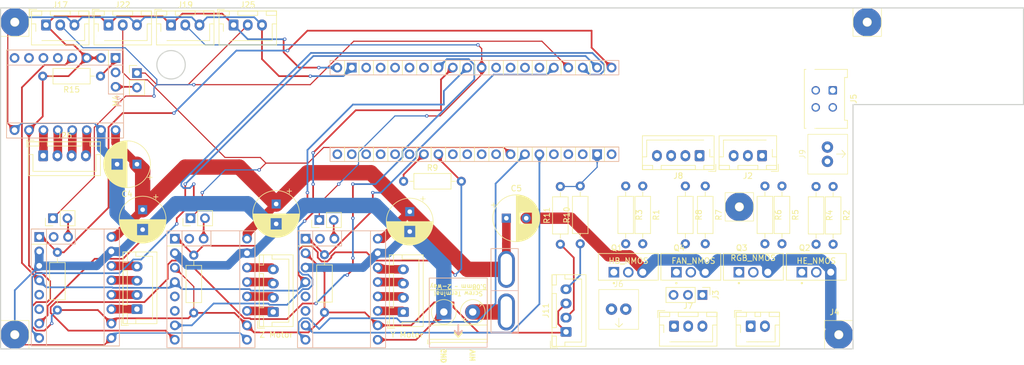
<source format=kicad_pcb>
(kicad_pcb (version 20241229) (generator "pcbnew") (generator_version "9.0")
  (layers (0 "F.Cu" signal) (2 "B.Cu" signal) (13 "F.Paste" user) (15 "B.Paste" user) (5 "F.SilkS" user "F.Silkscreen") (7 "B.SilkS" user "B.Silkscreen") (1 "F.Mask" user) (3 "B.Mask" user) (25 "Edge.Cuts" user))
  (net 0 "")
  (net 1 "GND")
  (net 2 "/M_UART")
  (net 3 "/UART_RX")
  (net 4 "/MX_EN")
  (net 5 "+3V3")
  (net 6 "/MY_EN")
  (net 7 "/MZ_EN")
  (net 8 "/ME_EN")
  (net 9 "Net-(J3-Pin_2)")
  (net 10 "/MX_DIAG")
  (net 11 "+24V")
  (net 12 "/NEOPIXEL_PIN")
  (net 13 "+5V")
  (net 14 "/MY_DIAG")
  (net 15 "Net-(J4-Pin_2)")
  (net 16 "/PA11")
  (net 17 "/PA12")
  (net 18 "Net-(J10-Pin_2)")
  (net 19 "/MZ_DIAG")
  (net 20 "/XMotor/A2")
  (net 21 "/XMotor/B1")
  (net 22 "/XMotor/A1")
  (net 23 "/ME_DIAG")
  (net 24 "/XMotor/B2")
  (net 25 "/YMotor/B2")
  (net 26 "/YMotor/A2")
  (net 27 "/YMotor/A1")
  (net 28 "/MX_DIR")
  (net 29 "/MX_STEP")
  (net 31 "/YMotor/B1")
  (net 34 "/MY_DIR")
  (net 36 "/MY_STEP")
  (net 39 "Net-(J16-Pin_2)")
  (net 40 "/MZ_DIR")
  (net 43 "/MZ_STEP")
  (net 45 "/ZMotor/A1")
  (net 46 "/ZMotor/B2")
  (net 47 "/ZMotor/A2")
  (net 48 "/ZMotor/B1")
  (net 49 "Net-(J18-Pin_2)")
  (net 50 "3V3")
  (net 51 "24V")
  (net 52 "/HEATER_RETURN")
  (net 53 "/HEATED_BED_RETURN")
  (net 54 "/OpticSensor")
  (net 55 "/SwitchSensor")
  (net 56 "/SGPIO_5")
  (net 57 "/SGPIO_4")
  (net 58 "Net-(J21-Pin_2)")
  (net 59 "/SGPIO_3")
  (net 60 "Net-(J24-Pin_2)")
  (net 61 "/ HEATED_BED_PIN")
  (net 62 "/HEATER_PIN")
  (net 63 "Net-(Q1-G)")
  (net 64 "Net-(Q2-G)")
  (net 65 "/RGB_PIN")
  (net 66 "Net-(Q3-G)")
  (net 67 "/FAN0_PIN")
  (net 68 "Net-(Q4-G)")
  (net 69 "/HEATED_BED_PIN")
  (net 70 "/MS_DIR")
  (net 75 "/MS_EN")
  (net 76 "/MS_STEP")
  (net 77 "/MS_DIAG")
  (net 78 "/BED_THM_2")
  (net 79 "/BED_THM_1")
  (net 80 "/EMotor/A1")
  (net 81 "/EMotor/A2")
  (net 82 "/EMotor/B2")
  (net 83 "/EMotor/B1")
  (net 84 "/ME_STEP")
  (net 86 "/ME_DIR")
  (footprint "Resistor_THT:R_Axial_DIN0207_L6.3mm_D2.5mm_P10.16mm_Horizontal" (layer "F.Cu") (at 82.58 47 180)
    (property "Reference" "R15")
    (property "Value" "10kΩ")
  )
  (footprint "Connector_JST:JST_XH_B3B-XH-AM_1x03_P2.50mm_Vertical" (layer "F.Cu") (at 199 61 180)
    (property "Reference" "J2")
    (property "Value" "Neopixel")
  )
  (footprint "Connector_PinHeader_2.54mm:PinHeader_1x02_P2.54mm_Vertical" (layer "F.Cu") (at 74.225 72 90)
    (property "Reference" "J16" (hide yes))
    (property "Value" "SensorlessHoming" (hide yes))
  )
  (footprint "OpenA1K:Mountinghole_m1.5" (layer "F.Cu") (at 217.5 37.5)
    (property "Reference" "H4" (hide yes))
    (property "Value" "M1.5" (hide yes))
  )
  (footprint "OpenA1K:Updated ATO Mini-Blade_2Post" (layer "F.Cu") (at 154.095001 84.75 -90)
    (property "Reference" "F1" (hide yes))
    (property "Value" "Mini ATO Fuse")
  )
  (footprint "Connector_JST:JST_XH_B3B-XH-AM_1x03_P2.50mm_Vertical" (layer "F.Cu") (at 106 38)
    (property "Reference" "J25")
    (property "Value" "Endstop")
  )
  (footprint "Connector_PinHeader_2.54mm:PinHeader_1x02_P2.54mm_Vertical" (layer "F.Cu") (at 89 46.46)
    (property "Reference" "J24" (hide yes))
    (property "Value" "SensorlessHoming" (hide yes))
  )
  (footprint "Resistor_THT:R_Axial_DIN0207_L6.3mm_D2.5mm_P10.16mm_Horizontal" (layer "F.Cu") (at 211.5 66.42 -90)
    (property "Reference" "R2")
    (property "Value" "100k")
  )
  (footprint "Connector_JST:JST_XH_B3B-XH-AM_1x03_P2.50mm_Vertical" (layer "F.Cu") (at 183.5 91)
    (property "Reference" "J7")
    (property "Value" "FAN0")
  )
  (footprint "Connector_Molex:Molex_Micro-Fit_3.0_43045-0412_2x02_P3.00mm_Vertical" (layer "F.Cu") (at 211.44 49.5 -90)
    (property "Reference" "J5")
    (property "Value" "Molex 2x02 Microfit")
  )
  (footprint "OpenA1K:TMC2209 Footprint" (layer "F.Cu") (at 85.24 43.8 -90)
    (property "Reference" "M4")
    (property "Value" "TMC2209 Breakout" (hide yes))
  )
  (footprint "OpenA1K:TMC2209 Footprint" (layer "F.Cu") (at 71.8 75.3)
    (property "Reference" "M1" (hide yes))
    (property "Value" "TMC2209 Breakout" (hide yes))
  )
  (footprint "Connector_JST:JST_XH_B4B-XH-AM_1x04_P2.50mm_Vertical" (layer "F.Cu") (at 188 61 180)
    (property "Reference" "J8")
    (property "Value" "SFS")
  )
  (footprint "Resistor_THT:R_Axial_DIN0207_L6.3mm_D2.5mm_P10.16mm_Horizontal" (layer "F.Cu") (at 99 78.5 -90)
    (property "Reference" "R14" (hide yes))
    (property "Value" "10kΩ" (hide yes))
  )
  (footprint "Resistor_THT:R_Axial_DIN0207_L6.3mm_D2.5mm_P10.16mm_Horizontal" (layer "F.Cu") (at 122 78.42 -90)
    (property "Reference" "R13" (hide yes))
    (property "Value" "10kΩ" (hide yes))
  )
  (footprint "Capacitor_THT:CP_Radial_D8.0mm_P3.50mm" (layer "F.Cu") (at 113.5 69.5 -90)
    (property "Reference" "C3" (hide yes))
    (property "Value" "220uF" (hide yes))
  )
  (footprint "OpenA1K:Mountinghole_m1.5" (layer "F.Cu") (at 67.5 92.5)
    (property "Reference" "H3" (hide yes))
    (property "Value" "M1.5" (hide yes))
  )
  (footprint "OpenA1K:TO254P1054X469X1930-3" (layer "F.Cu") (at 197.46 80.56)
    (property "Reference" "Q3")
    (property "Value" "RGB_NMOS")
  )
  (footprint "Resistor_THT:R_Axial_DIN0207_L6.3mm_D2.5mm_P10.16mm_Horizontal" (layer "F.Cu") (at 208.5 66.42 -90)
    (property "Reference" "R4")
    (property "Value" "1k")
  )
  (footprint "OpenA1K:TMC2209 Footprint" (layer "F.Cu") (at 95.66 75.61)
    (property "Reference" "M3" (hide yes))
    (property "Value" "TMC2209 Breakout" (hide yes))
  )
  (footprint "Resistor_THT:R_Axial_DIN0207_L6.3mm_D2.5mm_P10.16mm_Horizontal" (layer "F.Cu") (at 189 66.34 -90)
    (property "Reference" "R7")
    (property "Value" "100k")
  )
  (footprint "Capacitor_THT:CP_Radial_D8.0mm_P3.50mm" (layer "F.Cu") (at 154 72)
    (property "Reference" "C5")
    (property "Value" "220uF")
  )
  (footprint "Connector_JST:JST_XH_B3B-XH-AM_1x03_P2.50mm_Vertical" (layer "F.Cu") (at 73 38)
    (property "Reference" "J17")
    (property "Value" "Endstop")
  )
  (footprint "OpenA1K:TMC2209 Footprint" (layer "F.Cu") (at 118.66 75.61)
    (property "Reference" "M2" (hide yes))
    (property "Value" "TMC2209 Breakout" (hide yes))
  )
  (footprint "OpenA1K:STM32 Blackpill Socketed" (layer "F.Cu") (at 148.39 53.12)
    (property "Reference" "U1" (hide yes))
    (property "Value" "~")
  )
  (footprint "Resistor_THT:R_Axial_DIN0207_L6.3mm_D2.5mm_P10.16mm_Horizontal" (layer "F.Cu") (at 167 76.5 90)
    (property "Reference" "R10")
    (property "Value" "10k")
  )
  (footprint "Connector_JST:JST_XH_B4B-XH-A_1x04_P2.50mm_Vertical" (layer "F.Cu") (at 135.86 88.5 90)
    (property "Reference" "J20" (hide yes))
    (property "Value" "Conn_01x04" (hide yes))
  )
  (footprint "Connector_JST:JST_XH_B4B-XH-A_1x04_P2.50mm_Vertical" (layer "F.Cu") (at 164.5 92 90)
    (property "Reference" "J11")
    (property "Value" "Bed Thermisters")
  )
  (footprint "OpenA1K:Mountinghole_m1.5" (layer "F.Cu") (at 195 70)
    (property "Reference" "H2" (hide yes))
    (property "Value" "M1.5" (hide yes))
  )
  (footprint "Capacitor_THT:CP_Radial_D8.0mm_P3.50mm" (layer "F.Cu") (at 89 62.5 180)
    (property "Reference" "C4")
    (property "Value" "220uF")
  )
  (footprint "OpenA1K:TO254P1054X469X1930-3" (layer "F.Cu") (at 175.46 80.56)
    (property "Reference" "Q1")
    (property "Value" "HB_NMOS")
  )
  (footprint "Connector_PinHeader_2.54mm:PinHeader_1x02_P2.54mm_Vertical" (layer "F.Cu") (at 98.425 72 90)
    (property "Reference" "J21" (hide yes))
    (property "Value" "SensorlessHoming" (hide yes))
  )
  (footprint "Resistor_THT:R_Axial_DIN0207_L6.3mm_D2.5mm_P10.16mm_Horizontal" (layer "F.Cu") (at 163.5 76.58 90)
    (property "Reference" "R11")
    (property "Value" "10k")
  )
  (footprint "OpenA1K:ScrewTerminal 7mm x 7mm" (layer "F.Cu") (at 173.871896 88.274086)
    (property "Reference" "J6")
    (property "Value" "HeatedBed")
  )
  (footprint "Connector_JST:JST_XH_B3B-XH-AM_1x03_P2.50mm_Vertical" (layer "F.Cu") (at 95 38)
    (property "Reference" "J19")
    (property "Value" "Endstop")
  )
  (footprint "Connector_JST:JST_XH_B4B-XH-A_1x04_P2.50mm_Vertical" (layer "F.Cu") (at 72.5 61)
    (property "Reference" "J26")
    (property "Value" "Conn_01x04")
  )
  (footprint "OpenA1K:TO254P1054X469X1930-3" (layer "F.Cu") (at 208.54 80.56)
    (property "Reference" "Q2")
    (property "Value" "HE_NMOS")
  )
  (footprint "Resistor_THT:R_Axial_DIN0207_L6.3mm_D2.5mm_P10.16mm_Horizontal" (layer "F.Cu") (at 202.5 66.34 -90)
    (property "Reference" "R5")
    (property "Value" "100k")
  )
  (footprint "Capacitor_THT:CP_Radial_D8.0mm_P3.50mm" (layer "F.Cu") (at 90 70.5 -90)
    (property "Reference" "C1" (hide yes))
    (property "Value" "220uF" (hide yes))
  )
  (footprint "Resistor_THT:R_Axial_DIN0207_L6.3mm_D2.5mm_P10.16mm_Horizontal" (layer "F.Cu") (at 199.5 66.34 -90)
    (property "Reference" "R6")
    (property "Value" "1k")
  )
  (footprint "Resistor_THT:R_Axial_DIN0207_L6.3mm_D2.5mm_P10.16mm_Horizontal" (layer "F.Cu") (at 135.92 65.5)
    (property "Reference" "R9")
    (property "Value" "1kΩ")
  )
  (footprint "Connector_JST:JST_XH_B2B-XH-AM_1x02_P2.50mm_Vertical" (layer "F.Cu") (at 197 91)
    (property "Reference" "J4")
    (property "Value" "RGB_2PIN")
  )
  (footprint "Connector_PinHeader_2.54mm:PinHeader_1x03_P2.54mm_Vertical" (layer "F.Cu") (at 188.5 85.5 -90)
    (property "Reference" "J3")
    (property "Value" "FAN0_VS")
  )
  (footprint "Connector_PinHeader_2.54mm:PinHeader_1x02_P2.54mm_Vertical" (layer "F.Cu") (at 121.085 72.31 90)
    (property "Reference" "J18" (hide yes))
    (property "Value" "SensorlessHoming" (hide yes))
  )
  (footprint "Resistor_THT:R_Axial_DIN0207_L6.3mm_D2.5mm_P10.16mm_Horizontal" (layer "F.Cu") (at 175 66.34 -90)
    (property "Reference" "R3")
    (property "Value" "1k")
  )
  (footprint "Resistor_THT:R_Axial_DIN0207_L6.3mm_D2.5mm_P10.16mm_Horizontal" (layer "F.Cu") (at 75 78 -90)
    (property "Reference" "R12" (hide yes))
    (property "Value" "10kΩ" (hide yes))
  )
  (footprint "Connector_JST:JST_XH_B4B-XH-A_1x04_P2.50mm_Vertical" (layer "F.Cu") (at 112.975 88.5 90)
    (property "Reference" "J23" (hide yes))
    (property "Value" "Conn_01x04" (hide yes))
  )
  (footprint "Resistor_THT:R_Axial_DIN0207_L6.3mm_D2.5mm_P10.16mm_Horizontal" (layer "F.Cu") (at 178 66.34 -90)
    (property "Reference" "R1")
    (property "Value" "100k")
  )
  (footprint "Resistor_THT:R_Axial_DIN0207_L6.3mm_D2.5mm_P10.16mm_Horizontal" (layer "F.Cu") (at 185.5 66.34 -90)
    (property "Reference" "R8")
    (property "Value" "1k")
  )
  (footprint "OpenA1K:ScrewTerminal 7mm x 7mm" (layer "F.Cu") (at 210.774086 60.628104 90)
    (property "Reference" "J9")
    (property "Value" "Hotend")
  )
  (footprint "Connector_JST:JST_XH_B3B-XH-AM_1x03_P2.50mm_Vertical" (layer "F.Cu") (at 84 38)
    (property "Reference" "J22")
    (property "Value" "Endstop")
  )
  (footprint "Capacitor_THT:CP_Radial_D8.0mm_P3.50mm" (layer "F.Cu") (at 137 70.847349 -90)
    (property "Reference" "C2" (hide yes))
    (property "Value" "220uF" (hide yes))
  )
  (footprint "OpenA1K:1x2 Terminal Block" (layer "F.Cu") (at 143 88.5)
    (property "Reference" "J10" (hide yes))
    (property "Value" "Screw_Terminal_01x02" (hide yes))
  )
  (footprint "OpenA1K:TO254P1054X469X1930-3" (layer "F.Cu") (at 186.46 80.56)
    (property "Reference" "Q4")
    (property "Value" "FAN_NMOS")
  )
  (footprint "OpenA1K:Mountinghole_m1.5" (layer "F.Cu") (at 67.5 37.5)
    (property "Reference" "H1" (hide yes))
    (property "Value" "M1.5" (hide yes))
  )
  (footprint "OpenA1K:Mountinghole_m1.5" (layer "F.Cu") (at 212.5 92.5)
    (property "Reference" "H5" (hide yes))
    (property "Value" "M1.5" (hide yes))
  )
  (footprint "Connector_JST:JST_XH_B4B-XH-A_1x04_P2.50mm_Vertical" (layer "F.Cu") (at 89 88 90)
    (property "Reference" "MotorConnector1" (hide yes))
    (property "Value" "Conn_01x04" (hide yes))
  )
  (gr_line (start 245 35) (end 65 35) (stroke (width 0.2)) (layer "Edge.Cuts"))
  (gr_line (start 215 95) (end 215 52) (stroke (width 0.2)) (layer "Edge.Cuts"))
  (gr_line (start 65 95) (end 215 95) (stroke (width 0.2)) (layer "Edge.Cuts"))
  (gr_line (start 215 52) (end 245 52) (stroke (width 0.2)) (layer "Edge.Cuts"))
  (gr_circle (center 95 45) (end 92.5 45) (stroke (width 0.2)) (fill no) (layer "Edge.Cuts"))
  (gr_line (start 65 35) (end 65 95) (stroke (width 0.2)) (layer "Edge.Cuts"))
  (gr_line (start 245 52) (end 245 35) (stroke (width 0.2)) (layer "Edge.Cuts"))
  (segment (start 111 44) (end 114 47) (width 0.3) (layer "F.Cu") (net 1))
  (segment (start 114 47) (end 119.5 47) (width 0.3) (layer "F.Cu") (net 1))
  (segment (start 66.269 55.309) (end 66.269 38.731) (width 0.2) (layer "F.Cu") (net 1))
  (segment (start 138.11 93.39) (end 143 88.5) (width 0.3) (layer "F.Cu") (net 1))
  (segment (start 172.00741 78.621) (end 165.38641 72) (width 2) (layer "F.Cu") (net 1))
  (segment (start 84.5 93.08) (end 83.309 94.271) (width 0.2) (layer "F.Cu") (net 1))
  (segment (start 178 81.5) (end 178 80.976813) (width 2) (layer "F.Cu") (net 1))
  (segment (start 83.309 94.271) (end 69.271 94.271) (width 0.2) (layer "F.Cu") (net 1))
  (segment (start 165.38641 72) (end 157.5 72) (width 2) (layer "F.Cu") (net 1))
  (segment (start 111 38) (end 111 44) (width 0.3) (layer "F.Cu") (net 1))
  (segment (start 67.46 56.5) (end 66.269 55.309) (width 0.2) (layer "F.Cu") (net 1))
  (segment (start 69.271 94.271) (end 67.5 92.5) (width 0.2) (layer "F.Cu") (net 1))
  (segment (start 66.269 38.731) (end 67.5 37.5) (width 0.2) (layer "F.Cu") (net 1))
  (segment (start 131.36 93.39) (end 138.11 93.39) (width 0.3) (layer "F.Cu") (net 1))
  (segment (start 175.644187 78.621) (end 172.00741 78.621) (width 2) (layer "F.Cu") (net 1))
  (segment (start 178 80.976813) (end 175.644187 78.621) (width 2) (layer "F.Cu") (net 1))
  (via (at 119.5 47) (size 0.6) (drill 0.3) (layers "F.Cu" "B.Cu") (net 1))
  (segment (start 84.5 77.84) (end 86.16 77.84) (width 1.5) (layer "B.Cu") (net 1))
  (segment (start 81.509 55.309) (end 82.7 56.5) (width 0.2) (layer "B.Cu") (net 1))
  (segment (start 211.08 91.08) (end 212.5 92.5) (width 2) (layer "B.Cu") (net 1))
  (segment (start 81.896432 80.38) (end 84.436432 77.84) (width 1.5) (layer "B.Cu") (net 1))
  (segment (start 178 81.5) (end 180.166 79.334) (width 2) (layer "B.Cu") (net 1))
  (segment (start 89 38) (end 90.366 36.634) (width 0.3) (layer "B.Cu") (net 1))
  (segment (start 90.366 36.634) (end 98.634 36.634) (width 0.3) (layer "B.Cu") (net 1))
  (segment (start 131.36 78.15) (end 133.197349 78.15) (width 1.5) (layer "B.Cu") (net 1))
  (segment (start 113.5 73) (end 115.293 73) (width 2.7) (layer "B.Cu") (net 1))
  (segment (start 68.651 55.309) (end 81.509 55.309) (width 0.2) (layer "B.Cu") (net 1))
  (segment (start 119.5 47) (end 125.3 47) (width 0.3) (layer "B.Cu") (net 1))
  (segment (start 67.5 84.68) (end 67.5 92.5) (width 0.3) (layer "B.Cu") (net 1))
  (segment (start 113.5 74.212081) (end 113.5 73) (width 1.5) (layer "B.Cu") (net 1))
  (segment (start 115.293 73) (end 118.534 69.759) (width 2.7) (layer "B.Cu") (net 1))
  (segment (start 125.3 47) (end 126.8 45.5) (width 0.3) (layer "B.Cu") (net 1))
  (segment (start 95.874 69.449) (end 108.447 69.449) (width 2.7) (layer "B.Cu") (net 1))
  (segment (start 166.92 66.42) (end 167 66.34) (width 0.2) (layer "B.Cu") (net 1))
  (segment (start 167 66) (end 169.98 63.02) (width 0.2) (layer "B.Cu") (net 1))
  (segment (start 211.08 81.5) (end 211.08 91.08) (width 2) (layer "B.Cu") (net 1))
  (segment (start 191.166 79.334) (end 199.142147 79.334) (width 2) (layer "B.Cu") (net 1))
  (segment (start 100 38) (end 101.366 36.634) (width 0.3) (layer "B.Cu") (net 1))
  (segment (start 133.197349 78.15) (end 137 74.347349) (width 1.5) (layer "B.Cu") (net 1))
  (segment (start 82.7 59.7) (end 85.5 62.5) (width 1.5) (layer "B.Cu") (net 1))
  (segment (start 86.16 77.84) (end 90 74) (width 1.5) (layer "B.Cu") (net 1))
  (segment (start 71.8 80.38) (end 67.5 84.68) (width 0.3) (layer "B.Cu") (net 1))
  (segment (start 109.634 36.634) (end 111 38) (width 0.3) (layer "B.Cu") (net 1))
  (segment (start 85.5 62.5) (end 85.5 71.002) (width 2.7) (layer "B.Cu") (net 1))
  (segment (start 95.66 78.15) (end 95.723568 78.15) (width 1.5) (layer "B.Cu") (net 1))
  (segment (start 97.864568 80.291) (end 105.016919 80.291) (width 1.5) (layer "B.Cu") (net 1))
  (segment (start 108.447 69.449) (end 111.998 73) (width 2.7) (layer "B.Cu") (net 1))
  (segment (start 200 80.191853) (end 200 81.5) (width 2) (layer "B.Cu") (net 1))
  (segment (start 84.5 93.08) (end 85.381 92.199) (width 0.2) (layer "B.Cu") (net 1))
  (segment (start 71.8 80.38) (end 81.896432 80.38) (width 1.5) (layer "B.Cu") (net 1))
  (segment (start 202.166 79.334) (end 209.437187 79.334) (width 2) (layer "B.Cu") (net 1))
  (segment (start 143 80.347349) (end 143 88.5) (width 2.7) (layer "B.Cu") (net 1))
  (segment (start 118.66 80.69) (end 128.756432 80.69) (width 1.5) (layer "B.Cu") (net 1))
  (segment (start 108.36 78.15) (end 109.562081 78.15) (width 1.5) (layer "B.Cu") (net 1))
  (segment (start 111.998 73) (end 113.5 73) (width 2.7) (layer "B.Cu") (net 1))
  (segment (start 109.562081 78.15) (end 113.5 74.212081) (width 1.5) (layer "B.Cu") (net 1))
  (segment (start 95.723568 78.15) (end 97.864568 80.291) (width 1.5) (layer "B.Cu") (net 1))
  (segment (start 71.8 80.38) (end 72.5 80.38) (width 0.3) (layer "B.Cu") (net 1))
  (segment (start 169.98 63.02) (end 169.98 60.74) (width 0.2) (layer "B.Cu") (net 1))
  (segment (start 85.381 92.199) (end 107.169 92.199) (width 0.2) (layer "B.Cu") (net 1))
  (segment (start 98.634 36.634) (end 100 38) (width 0.3) (layer "B.Cu") (net 1))
  (segment (start 167 66.34) (end 167 66) (width 0.2) (layer "B.Cu") (net 1))
  (segment (start 137 74.347349) (end 143 80.347349) (width 2.7) (layer "B.Cu") (net 1))
  (segment (start 209.437187 79.334) (end 211.08 80.976813) (width 2) (layer "B.Cu") (net 1))
  (segment (start 71.8 77.84) (end 71.8 80.38) (width 1.5) (layer "B.Cu") (net 1))
  (segment (start 67.5 37.5) (end 68.366 36.634) (width 0.3) (layer "B.Cu") (net 1))
  (segment (start 189 81.5) (end 191.166 79.334) (width 2) (layer "B.Cu") (net 1))
  (segment (start 82.7 56.5) (end 82.7 59.7) (width 1.5) (layer "B.Cu") (net 1))
  (segment (start 68.366 36.634) (end 76.634 36.634) (width 0.3) (layer "B.Cu") (net 1))
  (segment (start 79.366 36.634) (end 87.634 36.634) (width 0.3) (layer "B.Cu") (net 1))
  (segment (start 101.366 36.634) (end 109.634 36.634) (width 0.3) (layer "B.Cu") (net 1))
  (segment (start 88.498 74) (end 90 74) (width 2.7) (layer "B.Cu") (net 1))
  (segment (start 78 38) (end 79.366 36.634) (width 0.3) (layer "B.Cu") (net 1))
  (segment (start 131.296432 78.15) (end 131.36 78.15) (width 1.5) (layer "B.Cu") (net 1))
  (segment (start 128.756432 80.69) (end 131.296432 78.15) (width 1.5) (layer "B.Cu") (net 1))
  (segment (start 199.142147 79.334) (end 200 80.191853) (width 2) (layer "B.Cu") (net 1))
  (segment (start 189 80.976813) (end 189 81.5) (width 2) (layer "B.Cu") (net 1))
  (segment (start 135.498 74.347349) (end 137 74.347349) (width 2.7) (layer "B.Cu") (net 1))
  (segment (start 163.5 66.42) (end 166.92 66.42) (width 0.2) (layer "B.Cu") (net 1))
  (segment (start 107.157919 78.15) (end 108.36 78.15) (width 1.5) (layer "B.Cu") (net 1))
  (segment (start 180.166 79.334) (end 187.357187 79.334) (width 2) (layer "B.Cu") (net 1))
  (segment (start 87.634 36.634) (end 89 38) (width 0.3) (layer "B.Cu") (net 1))
  (segment (start 91.323 74) (end 95.874 69.449) (width 2.7) (layer "B.Cu") (net 1))
  (segment (start 200 81.5) (end 202.166 79.334) (width 2) (layer "B.Cu") (net 1))
  (segment (start 85.5 71.002) (end 88.498 74) (width 2.7) (layer "B.Cu") (net 1))
  (segment (start 118.534 69.759) (end 130.909651 69.759) (width 2.7) (layer "B.Cu") (net 1))
  (segment (start 84.436432 77.84) (end 84.5 77.84) (width 1.5) (layer "B.Cu") (net 1))
  (segment (start 187.357187 79.334) (end 189 80.976813) (width 2) (layer "B.Cu") (net 1))
  (segment (start 211.08 80.976813) (end 211.08 81.5) (width 2) (layer "B.Cu") (net 1))
  (segment (start 130.909651 69.759) (end 135.498 74.347349) (width 2.7) (layer "B.Cu") (net 1))
  (segment (start 76.634 36.634) (end 78 38) (width 0.3) (layer "B.Cu") (net 1))
  (segment (start 67.46 56.5) (end 68.651 55.309) (width 0.2) (layer "B.Cu") (net 1))
  (segment (start 107.169 92.199) (end 108.36 93.39) (width 0.2) (layer "B.Cu") (net 1))
  (segment (start 90 74) (end 91.323 74) (width 2.7) (layer "B.Cu") (net 1))
  (segment (start 105.016919 80.291) (end 107.157919 78.15) (width 1.5) (layer "B.Cu") (net 1))
  (segment (start 130.84596 79.449) (end 129.39696 78) (width 0.3) (layer "F.Cu") (net 2))
  (segment (start 123.22604 78.64409) (end 123.191 78.67913) (width 0.3) (layer "F.Cu") (net 2))
  (segment (start 123.191 78.913329) (end 122.493329 79.611) (width 0.3) (layer "F.Cu") (net 2))
  (segment (start 117.419 81.989) (end 118.66 83.23) (width 0.3) (layer "F.Cu") (net 2))
  (segment (start 123.191 78.67913) (end 123.191 78.913329) (width 0.3) (layer "F.Cu") (net 2))
  (segment (start 142.449 79.449) (end 130.84596 79.449) (width 0.3) (layer "F.Cu") (net 2))
  (segment (start 122.493329 79.611) (end 121.506671 79.611) (width 0.3) (layer "F.Cu") (net 2))
  (segment (start 121.506671 79.611) (end 120.809 78.913329) (width 0.3) (layer "F.Cu") (net 2))
  (segment (start 68.759 48.976671) (end 72.694671 45.041) (width 0.3) (layer "F.Cu") (net 2))
  (segment (start 129.39696 78) (end 123.87013 78) (width 0.3) (layer "F.Cu") (net 2))
  (segment (start 117.419 77.63596) (end 117.419 81.989) (width 0.3) (layer "F.Cu") (net 2))
  (segment (start 68.759 79.879) (end 68.759 48.976671) (width 0.3) (layer "F.Cu") (net 2))
  (segment (start 120.809 78.913329) (end 120.809 77.99409) (width 0.3) (layer "F.Cu") (net 2))
  (segment (start 120.809 77.99409) (end 119.72391 76.909) (width 0.3) (layer "F.Cu") (net 2))
  (segment (start 145 82) (end 142.449 79.449) (width 0.3) (layer "F.Cu") (net 2))
  (segment (start 142.04 61.46) (end 142.04 60.74) (width 0.3) (layer "F.Cu") (net 2))
  (segment (start 146.08 65.5) (end 142.04 61.46) (width 0.3) (layer "F.Cu") (net 2))
  (segment (start 123.87013 78) (end 123.22604 78.64409) (width 0.3) (layer "F.Cu") (net 2))
  (segment (start 72.694671 45.041) (end 76.379 45.041) (width 0.3) (layer "F.Cu") (net 2))
  (segment (start 119.72391 76.909) (end 118.14596 76.909) (width 0.3) (layer "F.Cu") (net 2))
  (segment (start 71.8 82.92) (end 68.759 79.879) (width 0.3) (layer "F.Cu") (net 2))
  (segment (start 118.14596 76.909) (end 117.419 77.63596) (width 0.3) (layer "F.Cu") (net 2))
  (segment (start 76.379 45.041) (end 77.62 43.8) (width 0.3) (layer "F.Cu") (net 2))
  (via (at 145 82) (size 0.6) (drill 0.3) (layers "F.Cu" "B.Cu") (net 2))
  (segment (start 96.901 84.471) (end 95.66 83.23) (width 0.3) (layer "B.Cu") (net 2))
  (segment (start 94.649 84.241) (end 84.741 84.241) (width 0.3) (layer "B.Cu") (net 2))
  (segment (start 108.81604 84.471) (end 96.901 84.471) (width 0.3) (layer "B.Cu") (net 2))
  (segment (start 84.741 84.241) (end 84.661 84.161) (width 0.3) (layer "B.Cu") (net 2))
  (segment (start 84.661 84.161) (end 73.041 84.161) (width 0.3) (layer "B.Cu") (net 2))
  (segment (start 118.66 83.23) (end 117.149 84.741) (width 0.3) (layer "B.Cu") (net 2))
  (segment (start 146.08 80.92) (end 146.08 65.5) (width 0.3) (layer "B.Cu") (net 2))
  (segment (start 109.08604 84.741) (end 108.81604 84.471) (width 0.3) (layer "B.Cu") (net 2))
  (segment (start 73.041 84.161) (end 71.8 82.92) (width 0.3) (layer "B.Cu") (net 2))
  (segment (start 117.149 84.741) (end 109.08604 84.741) (width 0.3) (layer "B.Cu") (net 2))
  (segment (start 95.66 83.23) (end 94.649 84.241) (width 0.3) (layer "B.Cu") (net 2))
  (segment (start 145 82) (end 146.08 80.92) (width 0.3) (layer "B.Cu") (net 2))
  (segment (start 135.92 65.5) (end 135.92 64.32) (width 0.3) (layer "F.Cu") (net 3))
  (segment (start 135.92 64.32) (end 139.5 60.74) (width 0.3) (layer "F.Cu") (net 3))
  (segment (start 75 78) (end 72.3 75.3) (width 0.3) (layer "F.Cu") (net 4))
  (segment (start 83.999 55.98596) (end 86.48496 53.5) (width 0.3) (layer "F.Cu") (net 4))
  (segment (start 169 41.98) (end 172.52 45.5) (width 0.3) (layer "F.Cu") (net 4))
  (segment (start 86.48496 53.5) (end 95.5 53.5) (width 0.3) (layer "F.Cu") (net 4))
  (segment (start 75 78) (end 76.13137 78) (width 0.3) (layer "F.Cu") (net 4))
  (segment (start 72.3 75.3) (end 71.8 75.3) (width 0.3) (layer "F.Cu") (net 4))
  (segment (start 169 39) (end 169 41.98) (width 0.3) (layer "F.Cu") (net 4))
  (segment (start 115.5 42.5) (end 119 39) (width 0.3) (layer "F.Cu") (net 4))
  (segment (start 119 39) (end 169 39) (width 0.3) (layer "F.Cu") (net 4))
  (segment (start 76.13137 78) (end 83.999 70.13237) (width 0.3) (layer "F.Cu") (net 4))
  (segment (start 83.999 70.13237) (end 83.999 55.98596) (width 0.3) (layer "F.Cu") (net 4))
  (via (at 95.5 53.5) (size 0.6) (drill 0.3) (layers "F.Cu" "B.Cu") (net 4))
  (via (at 115.5 42.5) (size 0.6) (drill 0.3) (layers "F.Cu" "B.Cu") (net 4))
  (segment (start 95.5 53.5) (end 106.5 42.5) (width 0.3) (layer "B.Cu") (net 4))
  (segment (start 106.5 42.5) (end 115.5 42.5) (width 0.3) (layer "B.Cu") (net 4))
  (segment (start 95.66 80.69) (end 99 84.03) (width 0.2) (layer "F.Cu") (net 5))
  (segment (start 71.28596 91.781) (end 72.719 91.781) (width 0.3) (layer "F.Cu") (net 5))
  (segment (start 73.722745 83.087705) (end 73.722745 86.222746) (width 0.3) (layer "F.Cu") (net 5))
  (segment (start 73.722745 86.222746) (end 73.186491 86.759) (width 0.3) (layer "F.Cu") (net 5))
  (segment (start 73.186491 86.759) (end 71.28596 86.759) (width 0.3) (layer "F.Cu") (net 5))
  (segment (start 122 88.58) (end 122 81.49) (width 0.3) (layer "F.Cu") (net 5))
  (segment (start 122 88.58) (end 129.09 88.58) (width 0.3) (layer "F.Cu") (net 5))
  (segment (start 137.268 90.85) (end 141.309 86.809) (width 0.3) (layer "F.Cu") (net 5))
  (segment (start 71.28596 81.621) (end 72.25604 81.621) (width 0.3) (layer "F.Cu") (net 5))
  (segment (start 99 88.66) (end 106.17 88.66) (width 0.3) (layer "F.Cu") (net 5))
  (segment (start 85.5 36.5) (end 84 38) (width 0.3) (layer "F.Cu") (net 5))
  (segment (start 98.051 89.609) (end 99 88.66) (width 0.3) (layer "F.Cu") (net 5))
  (segment (start 72.719 91.781) (end 74 90.5) (width 0.3) (layer "F.Cu") (net 5))
  (segment (start 72.25604 81.621) (end 73.722745 83.087705) (width 0.3) (layer "F.Cu") (net 5))
  (segment (start 149.141 92.141) (end 164.359 92.141) (width 0.3) (layer "F.Cu") (net 5))
  (segment (start 117.522778 45.5) (end 121 45.5) (width 0.3) (layer "F.Cu") (net 5))
  (segment (start 106.17 88.66) (end 108.36 90.85) (width 0.3) (layer "F.Cu") (net 5))
  (segment (start 93.5 36.5) (end 85.5 36.5) (width 0.3) (layer "F.Cu") (net 5))
  (segment (start 80.16 43.8) (end 76.96 47) (width 0.3) (layer "F.Cu") (net 5))
  (segment (start 104 36) (end 97 36) (width 0.3) (layer "F.Cu") (net 5))
  (segment (start 115 40.5) (end 114.809 40.691) (width 0.3) (layer "F.Cu") (net 5))
  (segment (start 95 38) (end 93.5 36.5) (width 0.3) (layer "F.Cu") (net 5))
  (segment (start 73 38) (end 76.5 41.5) (width 0.3) (layer "F.Cu") (net 5))
  (segment (start 84.5 90.54) (end 85.431 89.609) (width 0.3) (layer "F.Cu") (net 5))
  (segment (start 84 38) (end 82.5 36.5) (width 0.3) (layer "F.Cu") (net 5))
  (segment (start 74.5 36.5) (end 73 38) (width 0.3) (layer "F.Cu") (net 5))
  (segment (start 97 36) (end 95 38) (width 0.3) (layer "F.Cu") (net 5))
  (segment (start 99 84.03) (end 99 88.66) (width 0.2) (layer "F.Cu") (net 5))
  (segment (start 76.96 47) (end 72.42 47) (width 0.3) (layer "F.Cu") (net 5))
  (segment (start 77.86 41.5) (end 80.16 43.8) (width 0.3) (layer "F.Cu") (net 5))
  (segment (start 72.42 47) (end 72.42 54.08) (width 0.3) (layer "F.Cu") (net 5))
  (segment (start 75 88.16) (end 82.12 88.16) (width 0.3) (layer "F.Cu") (net 5))
  (segment (start 70 80.33504) (end 71.28596 81.621) (width 0.3) (layer "F.Cu") (net 5))
  (segment (start 106 38) (end 104 36) (width 0.3) (layer "F.Cu") (net 5))
  (segment (start 80.16 43.8) (end 82.7 43.8) (width 0.3) (layer "F.Cu") (net 5))
  (segment (start 164.5 92) (end 163.134 90.634) (width 0.3) (layer "F.Cu") (net 5))
  (segment (start 129.09 88.58) (end 131.36 90.85) (width 0.3) (layer "F.Cu") (net 5))
  (segment (start 141.309 86.809) (end 144.691 86.809) (width 0.3) (layer "F.Cu") (net 5))
  (segment (start 108.36 90.85) (end 109.601 92.091) (width 0.3) (layer "F.Cu") (net 5))
  (segment (start 119.17404 92.091) (end 122 89.26504) (width 0.3) (layer "F.Cu") (net 5))
  (segment (start 82.5 36.5) (end 74.5 36.5) (width 0.3) (layer "F.Cu") (net 5))
  (segment (start 70.559 87.48596) (end 70.559 91.05404) (width 0.3) (layer "F.Cu") (net 5))
  (segment (start 131.36 90.85) (end 137.268 90.85) (width 0.3) (layer "F.Cu") (net 5))
  (segment (start 70 56.5) (end 70 80.33504) (width 0.3) (layer "F.Cu") (net 5))
  (segment (start 163.134 88.366) (end 164.5 87) (width 0.3) (layer "F.Cu") (net 5))
  (segment (start 122 89.26504) (end 122 88.58) (width 0.3) (layer "F.Cu") (net 5))
  (segment (start 109.601 92.091) (end 119.17404 92.091) (width 0.3) (layer "F.Cu") (net 5))
  (segment (start 144.691 86.809) (end 144.691 87.691) (width 0.3) (layer "F.Cu") (net 5))
  (segment (start 71.28596 86.759) (end 70.559 87.48596) (width 0.3) (layer "F.Cu") (net 5))
  (segment (start 163.134 90.634) (end 163.134 88.366) (width 0.3) (layer "F.Cu") (net 5))
  (segment (start 114.809 40.691) (end 114.809 42.786222) (width 0.3) (layer "F.Cu") (net 5))
  (segment (start 164.359 92.141) (end 164.5 92) (width 0.3) (layer "F.Cu") (net 5))
  (segment (start 70.559 91.05404) (end 71.28596 91.781) (width 0.3) (layer "F.Cu") (net 5))
  (segment (start 114.809 42.786222) (end 117.522778 45.5) (width 0.3) (layer "F.Cu") (net 5))
  (segment (start 76.5 41.5) (end 77.86 41.5) (width 0.3) (layer "F.Cu") (net 5))
  (segment (start 82.12 88.16) (end 84.5 90.54) (width 0.3) (layer "F.Cu") (net 5))
  (segment (start 72.42 54.08) (end 70 56.5) (width 0.3) (layer "F.Cu") (net 5))
  (segment (start 85.431 89.609) (end 98.051 89.609) (width 0.3) (layer "F.Cu") (net 5))
  (segment (start 144.691 87.691) (end 149.141 92.141) (width 0.3) (layer "F.Cu") (net 5))
  (segment (start 122 81.49) (end 118.66 78.15) (width 0.3) (layer "F.Cu") (net 5))
  (via (at 121 45.5) (size 0.6) (drill 0.3) (layers "F.Cu" "B.Cu") (net 5))
  (via (at 115 40.5) (size 0.6) (drill 0.3) (layers "F.Cu" "B.Cu") (net 5))
  (via (at 74 90.5) (size 0.6) (drill 0.3) (layers "F.Cu" "B.Cu") (net 5))
  (segment (start 106 38) (end 108.5 40.5) (width 0.3) (layer "B.Cu") (net 5))
  (segment (start 74 89.16) (end 75 88.16) (width 0.3) (layer "B.Cu") (net 5))
  (segment (start 121 45.5) (end 124.26 45.5) (width 0.3) (layer "B.Cu") (net 5))
  (segment (start 108.5 40.5) (end 115 40.5) (width 0.3) (layer "B.Cu") (net 5))
  (segment (start 74 90.5) (end 74 89.16) (width 0.3) (layer "B.Cu") (net 5))
  (segment (start 122.68504 78.42) (end 130.5 70.60504) (width 0.3) (layer "F.Cu") (net 6))
  (segment (start 118.66 75.61) (end 119.19 75.61) (width 0.3) (layer "F.Cu") (net 6))
  (segment (start 130.5 70.60504) (end 130.5 67.5) (width 0.3) (layer "F.Cu") (net 6))
  (segment (start 122 78.42) (end 122.68504 78.42) (width 0.3) (layer "F.Cu") (net 6))
  (segment (start 119.19 75.61) (end 122 78.42) (width 0.3) (layer "F.Cu") (net 6))
  (via (at 130.5 67.5) (size 0.6) (drill 0.3) (layers "F.Cu" "B.Cu") (net 6))
  (segment (start 131.95504 67.5) (end 138.201 61.25404) (width 0.3) (layer "B.Cu") (net 6))
  (segment (start 138.201 60.28396) (end 151.74396 46.741) (width 0.3) (layer "B.Cu") (net 6))
  (segment (start 130.5 67.5) (end 131.95504 67.5) (width 0.3) (layer "B.Cu") (net 6))
  (segment (start 161.119 46.741) (end 162.36 45.5) (width 0.3) (layer "B.Cu") (net 6))
  (segment (start 138.201 61.25404) (end 138.201 60.28396) (width 0.3) (layer "B.Cu") (net 6))
  (segment (start 151.74396 46.741) (end 161.119 46.741) (width 0.3) (layer "B.Cu") (net 6))
  (segment (start 119 69.184329) (end 119 67.5) (width 0.3) (layer "F.Cu") (net 7))
  (segment (start 99 78.5) (end 100.649 76.851) (width 0.3) (layer "F.Cu") (net 7))
  (segment (start 95.66 75.61) (end 96.11 75.61) (width 0.3) (layer "F.Cu") (net 7))
  (segment (start 111.333329 76.851) (end 119 69.184329) (width 0.3) (layer "F.Cu") (net 7))
  (segment (start 100.649 76.851) (end 111.333329 76.851) (width 0.3) (layer "F.Cu") (net 7))
  (segment (start 96.11 75.61) (end 99 78.5) (width 0.3) (layer "F.Cu") (net 7))
  (via (at 119 67.5) (size 0.6) (drill 0.3) (layers "F.Cu" "B.Cu") (net 7))
  (segment (start 127 52) (end 143 52) (width 0.3) (layer "B.Cu") (net 7))
  (segment (start 119 60) (end 127 52) (width 0.3) (layer "B.Cu") (net 7))
  (segment (start 143 52) (end 143 49.62) (width 0.3) (layer "B.Cu") (net 7))
  (segment (start 119 67.5) (end 119 60) (width 0.3) (layer "B.Cu") (net 7))
  (segment (start 143 49.62) (end 147.12 45.5) (width 0.3) (layer "B.Cu") (net 7))
  (segment (start 85.24 44.34) (end 85.24 43.8) (width 0.3) (layer "F.Cu") (net 8))
  (segment (start 82.58 47) (end 85.24 44.34) (width 0.3) (layer "F.Cu") (net 8))
  (segment (start 74.225 72) (end 81.5 64.725) (width 0.2) (layer "F.Cu") (net 10))
  (segment (start 99 48.5) (end 119.5 48.5) (width 0.2) (layer "F.Cu") (net 10))
  (segment (start 119.5 48.5) (end 127.141 40.859) (width 0.2) (layer "F.Cu") (net 10))
  (segment (start 87.015671 50.5) (end 92 50.5) (width 0.2) (layer "F.Cu") (net 10))
  (segment (start 81.5 64.725) (end 81.5 56.015671) (width 0.2) (layer "F.Cu") (net 10))
  (segment (start 81.5 56.015671) (end 87.015671 50.5) (width 0.2) (layer "F.Cu") (net 10))
  (segment (start 160.259 40.859) (end 164.9 45.5) (width 0.2) (layer "F.Cu") (net 10))
  (segment (start 127.141 40.859) (end 160.259 40.859) (width 0.2) (layer "F.Cu") (net 10))
  (via (at 99 48.5) (size 0.6) (drill 0.3) (layers "F.Cu" "B.Cu") (net 10))
  (via (at 92 50.5) (size 0.6) (drill 0.3) (layers "F.Cu" "B.Cu") (net 10))
  (segment (start 92.5 48.5) (end 99 48.5) (width 0.2) (layer "B.Cu") (net 10))
  (segment (start 75.5 38) (end 79.5 42) (width 0.2) (layer "B.Cu") (net 10))
  (segment (start 79.5 42) (end 86.922 42) (width 0.2) (layer "B.Cu") (net 10))
  (segment (start 92 50.5) (end 92 49) (width 0.2) (layer "B.Cu") (net 10))
  (segment (start 86.922 42) (end 92.5 47.578) (width 0.2) (layer "B.Cu") (net 10))
  (segment (start 92 49) (end 92.5 48.5) (width 0.2) (layer "B.Cu") (net 10))
  (segment (start 92.5 47.578) (end 92.5 48.5) (width 0.2) (layer "B.Cu") (net 10))
  (segment (start 130.152651 64) (end 119 64) (width 2.7) (layer "F.Cu") (net 11))
  (segment (start 131.36 75.61) (end 132.237349 75.61) (width 1.5) (layer "F.Cu") (net 11))
  (segment (start 108.36 75.61) (end 108.36 74.64) (width 1.5) (layer "F.Cu") (net 11))
  (segment (start 154 81) (end 147.152651 81) (width 2.7) (layer "F.Cu") (net 11))
  (segment (start 107 63) (end 97.5 63) (width 2.7) (layer "F.Cu") (net 11))
  (segment (start 90 63.5) (end 89 62.5) (width 2.7) (layer "F.Cu") (net 11))
  (segment (start 147.152651 81) (end 137 70.847349) (width 2.7) (layer "F.Cu") (net 11))
  (segment (start 90 70.5) (end 90 63.5) (width 2.7) (layer "F.Cu") (net 11))
  (segment (start 132.237349 75.61) (end 137 70.847349) (width 1.5) (layer "F.Cu") (net 11))
  (segment (start 84.5 75.3) (end 85.2 75.3) (width 1.5) (layer "F.Cu") (net 11))
  (segment (start 97.5 63) (end 90 70.5) (width 2.7) (layer "F.Cu") (net 11))
  (segment (start 108.36 74.64) (end 113.5 69.5) (width 1.5) (layer "F.Cu") (net 11))
  (segment (start 113.5 69.5) (end 107 63) (width 2.7) (layer "F.Cu") (net 11))
  (segment (start 85.2 75.3) (end 90 70.5) (width 1.5) (layer "F.Cu") (net 11))
  (segment (start 85.24 58.74) (end 89 62.5) (width 1.5) (layer "F.Cu") (net 11))
  (segment (start 154 72) (end 154 81) (width 1.5) (layer "F.Cu") (net 11))
  (segment (start 119 64) (end 113.5 69.5) (width 2.7) (layer "F.Cu") (net 11))
  (segment (start 137 70.847349) (end 130.152651 64) (width 2.7) (layer "F.Cu") (net 11))
  (segment (start 85.24 56.5) (end 85.24 58.74) (width 1.5) (layer "F.Cu") (net 11))
  (segment (start 121.085 69.415) (end 124.5 66) (width 0.2) (layer "F.Cu") (net 14))
  (segment (start 140 54) (end 142.362081 54) (width 0.2) (layer "F.Cu") (net 14))
  (segment (start 149.66 46.702081) (end 149.66 45.5) (width 0.2) (layer "F.Cu") (net 14))
  (segment (start 149.66 42.16) (end 149.66 45.5) (width 0.2) (layer "F.Cu") (net 14))
  (segment (start 149 41.5) (end 149.66 42.16) (width 0.2) (layer "F.Cu") (net 14))
  (segment (start 142.362081 54) (end 149.66 46.702081) (width 0.2) (layer "F.Cu") (net 14))
  (segment (start 121.085 72.31) (end 121.085 69.415) (width 0.2) (layer "F.Cu") (net 14))
  (via (at 124.5 66) (size 0.6) (drill 0.3) (layers "F.Cu" "B.Cu") (net 14))
  (via (at 140 54) (size 0.6) (drill 0.3) (layers "F.Cu" "B.Cu") (net 14))
  (via (at 149 41.5) (size 0.6) (drill 0.3) (layers "F.Cu" "B.Cu") (net 14))
  (segment (start 127.991 62.509) (end 127.991 60.404671) (width 0.2) (layer "B.Cu") (net 14))
  (segment (start 101 41.5) (end 149 41.5) (width 0.2) (layer "B.Cu") (net 14))
  (segment (start 127.991 60.404671) (end 134.395671 54) (width 0.2) (layer "B.Cu") (net 14))
  (segment (start 134.395671 54) (end 140 54) (width 0.2) (layer "B.Cu") (net 14))
  (segment (start 97.5 38) (end 101 41.5) (width 0.2) (layer "B.Cu") (net 14))
  (segment (start 124.5 66) (end 127.991 62.509) (width 0.2) (layer "B.Cu") (net 14))
  (segment (start 148.08 88.5) (end 154.000001 88.5) (width 2.7) (layer "F.Cu") (net 18))
  (segment (start 110.700436 61.309) (end 111.695718 62.304282) (width 0.2) (layer "F.Cu") (net 19))
  (segment (start 87.809 47.651) (end 90.842 47.651) (width 0.2) (layer "F.Cu") (net 19))
  (segment (start 104.5 61.309) (end 110.700436 61.309) (width 0.2) (layer "F.Cu") (net 19))
  (segment (start 153.549 59.549) (end 121.857511 59.549) (width 0.2) (layer "F.Cu") (net 19))
  (segment (start 121.857511 59.549) (end 119.102229 62.304282) (width 0.2) (layer "F.Cu") (net 19))
  (segment (start 154.74 60.74) (end 153.549 59.549) (width 0.2) (layer "F.Cu") (net 19))
  (segment (start 119.102229 62.304282) (end 111.695718 62.304282) (width 0.2) (layer "F.Cu") (net 19))
  (segment (start 86.5 38) (end 86.5 46.342) (width 0.2) (layer "F.Cu") (net 19))
  (segment (start 111.695718 62.304282) (end 110.5 63.5) (width 0.2) (layer "F.Cu") (net 19))
  (segment (start 90.842 47.651) (end 104.5 61.309) (width 0.2) (layer "F.Cu") (net 19))
  (segment (start 100.5 69.925) (end 98.425 72) (width 0.2) (layer "F.Cu") (net 19))
  (segment (start 100.5 67.5) (end 100.5 69.925) (width 0.2) (layer "F.Cu") (net 19))
  (segment (start 86.5 46.342) (end 87.809 47.651) (width 0.2) (layer "F.Cu") (net 19))
  (via (at 110.5 63.5) (size 0.6) (drill 0.3) (layers "F.Cu" "B.Cu") (net 19))
  (via (at 100.5 67.5) (size 0.6) (drill 0.3) (layers "F.Cu" "B.Cu") (net 19))
  (segment (start 110.5 63.5) (end 104.5 63.5) (width 0.2) (layer "B.Cu") (net 19))
  (segment (start 104.5 63.5) (end 100.5 67.5) (width 0.2) (layer "B.Cu") (net 19))
  (segment (start 84.5 80.38) (end 88.88 80.38) (width 1.5) (layer "F.Cu") (net 20))
  (segment (start 88.88 80.38) (end 89 80.5) (width 1.5) (layer "F.Cu") (net 20))
  (segment (start 88.96 85.46) (end 89 85.5) (width 1.5) (layer "F.Cu") (net 21))
  (segment (start 84.5 85.46) (end 88.96 85.46) (width 1.5) (layer "F.Cu") (net 21))
  (segment (start 88.92 82.92) (end 89 83) (width 1.5) (layer "F.Cu") (net 22))
  (segment (start 84.5 82.92) (end 88.92 82.92) (width 1.5) (layer "F.Cu") (net 22))
  (segment (start 98 48.5) (end 92.5 48.5) (width 0.2) (layer "F.Cu") (net 23))
  (segment (start 90.46 46.46) (end 89 46.46) (width 0.2) (layer "F.Cu") (net 23))
  (segment (start 92.5 48.5) (end 90.46 46.46) (width 0.2) (layer "F.Cu") (net 23))
  (segment (start 108.5 38) (end 98 48.5) (width 0.2) (layer "F.Cu") (net 23))
  (segment (start 84.5 88) (end 89 88) (width 1.5) (layer "F.Cu") (net 24))
  (segment (start 135.67 88.31) (end 135.86 88.5) (width 1.5) (layer "F.Cu") (net 25))
  (segment (start 131.36 88.31) (end 135.67 88.31) (width 1.5) (layer "F.Cu") (net 25))
  (segment (start 135.86 81) (end 131.67 81) (width 1.5) (layer "F.Cu") (net 26))
  (segment (start 131.67 81) (end 131.36 80.69) (width 1.5) (layer "F.Cu") (net 26))
  (segment (start 135.59 83.23) (end 135.86 83.5) (width 1.5) (layer "F.Cu") (net 27))
  (segment (start 131.36 83.23) (end 135.59 83.23) (width 1.5) (layer "F.Cu") (net 27))
  (segment (start 96 73) (end 96 72) (width 0.3) (layer "F.Cu") (net 28))
  (segment (start 99 69) (end 99 66) (width 0.3) (layer "F.Cu") (net 28))
  (segment (start 96 72) (end 99 69) (width 0.3) (layer "F.Cu") (net 28))
  (via (at 99 66) (size 0.6) (drill 0.3) (layers "F.Cu" "B.Cu") (net 28))
  (via (at 96 73) (size 0.6) (drill 0.3) (layers "F.Cu" "B.Cu") (net 28))
  (segment (start 97.213778 66.691) (end 96.809 66.286222) (width 0.3) (layer "B.Cu") (net 28))
  (segment (start 98.309 66.691) (end 97.213778 66.691) (width 0.3) (layer "B.Cu") (net 28))
  (segment (start 119.604779 42.917999) (end 169.153039 42.917999) (width 0.3) (layer "B.Cu") (net 28))
  (segment (start 70.559 82.40596) (end 71.28596 81.679) (width 0.3) (layer "B.Cu") (net 28))
  (segment (start 96.809 65.713778) (end 119.604779 42.917999) (width 0.3) (layer "B.Cu") (net 28))
  (segment (start 71.28596 81.679) (end 85.940961 81.679) (width 0.3) (layer "B.Cu") (net 28))
  (segment (start 96.809 66.286222) (end 96.809 65.713778) (width 0.3) (layer "B.Cu") (net 28))
  (segment (start 89.741 79.259) (end 96 73) (width 0.3) (layer "B.Cu") (net 28))
  (segment (start 99 66) (end 98.309 66.691) (width 0.3) (layer "B.Cu") (net 28))
  (segment (start 85.940961 81.679) (end 88.360961 79.259) (width 0.3) (layer "B.Cu") (net 28))
  (segment (start 170.49404 46.741) (end 168.681 46.741) (width 0.3) (layer "B.Cu") (net 28))
  (segment (start 168.681 46.741) (end 167.44 45.5) (width 0.3) (layer "B.Cu") (net 28))
  (segment (start 88.360961 79.259) (end 89.741 79.259) (width 0.3) (layer "B.Cu") (net 28))
  (segment (start 71.8 93.08) (end 70.559 91.839) (width 0.3) (layer "B.Cu") (net 28))
  (segment (start 171.221 44.98596) (end 171.221 46.01404) (width 0.3) (layer "B.Cu") (net 28))
  (segment (start 70.559 91.839) (end 70.559 82.40596) (width 0.3) (layer "B.Cu") (net 28))
  (segment (start 171.221 46.01404) (end 170.49404 46.741) (width 0.3) (layer "B.Cu") (net 28))
  (segment (start 169.153039 42.917999) (end 171.221 44.98596) (width 0.3) (layer "B.Cu") (net 28))
  (segment (start 73.268 87.442581) (end 81.571581 79.139) (width 0.3) (layer "F.Cu") (net 29))
  (segment (start 73.268 89.072) (end 73.268 87.442581) (width 0.3) (layer "F.Cu") (net 29))
  (segment (start 97.5 68.184329) (end 97.5 66) (width 0.3) (layer "F.Cu") (net 29))
  (segment (start 71.8 90.54) (end 73.268 89.072) (width 0.3) (layer "F.Cu") (net 29))
  (segment (start 86.545329 79.139) (end 97.5 68.184329) (width 0.3) (layer "F.Cu") (net 29))
  (segment (start 81.571581 79.139) (end 86.545329 79.139) (width 0.3) (layer "F.Cu") (net 29))
  (via (at 97.5 66) (size 0.6) (drill 0.3) (layers "F.Cu" "B.Cu") (net 29))
  (segment (start 97.5 66) (end 120.041001 43.458999) (width 0.3) (layer "B.Cu") (net 29))
  (segment (start 120.041001 43.458999) (end 167.938999 43.458999) (width 0.3) (layer "B.Cu") (net 29))
  (segment (start 167.938999 43.458999) (end 169.98 45.5) (width 0.3) (layer "B.Cu") (net 29))
  (segment (start 131.36 85.77) (end 135.63 85.77) (width 1.5) (layer "F.Cu") (net 31))
  (segment (start 135.63 85.77) (end 135.86 86) (width 1.5) (layer "F.Cu") (net 31))
  (segment (start 121.06504 91.5) (end 122.95604 89.609) (width 0.3) (layer "B.Cu") (net 34))
  (segment (start 122.95604 89.609) (end 134.730562 89.609) (width 0.3) (layer "B.Cu") (net 34))
  (segment (start 135.362562 90.241) (end 148.868001 90.241) (width 0.3) (layer "B.Cu") (net 34))
  (segment (start 134.730562 89.609) (end 135.362562 90.241) (width 0.3) (layer "B.Cu") (net 34))
  (segment (start 119.17404 89.609) (end 121.06504 91.5) (width 0.3) (layer "B.Cu") (net 34))
  (segment (start 117.419 90.33596) (end 118.14596 89.609) (width 0.3) (layer "B.Cu") (net 34))
  (segment (start 148.868001 90.241) (end 152.109001 87) (width 0.3) (layer "B.Cu") (net 34))
  (segment (start 118.66 93.39) (end 117.419 92.149) (width 0.3) (layer "B.Cu") (net 34))
  (segment (start 118.14596 89.609) (end 119.17404 89.609) (width 0.3) (layer "B.Cu") (net 34))
  (segment (start 152.109001 65.910999) (end 157.28 60.74) (width 0.3) (layer "B.Cu") (net 34))
  (segment (start 152.109001 87) (end 152.109001 65.910999) (width 0.3) (layer "B.Cu") (net 34))
  (segment (start 117.419 92.149) (end 117.419 90.33596) (width 0.3) (layer "B.Cu") (net 34))
  (segment (start 119.951 92.141) (end 154.783279 92.141) (width 0.3) (layer "B.Cu") (net 36))
  (segment (start 159.82 87.104279) (end 159.82 60.74) (width 0.3) (layer "B.Cu") (net 36))
  (segment (start 118.66 90.85) (end 119.951 92.141) (width 0.3) (layer "B.Cu") (net 36))
  (segment (start 154.783279 92.141) (end 159.82 87.104279) (width 0.3) (layer "B.Cu") (net 36))
  (segment (start 76.88 75.3) (end 76.88 72.115) (width 0.3) (layer "F.Cu") (net 39))
  (segment (start 76.88 72.115) (end 76.765 72) (width 0.3) (layer "F.Cu") (net 39))
  (segment (start 127 72) (end 127 66) (width 0.3) (layer "F.Cu") (net 40))
  (segment (start 95.14596 79.449) (end 97.72409 79.449) (width 0.3) (layer "F.Cu") (net 40))
  (segment (start 127 81) (end 127 79) (width 0.3) (layer "F.Cu") (net 40))
  (segment (start 115.41596 89.741) (end 118.14596 87.011) (width 0.3) (layer "F.Cu") (net 40))
  (segment (start 90.31796 86.759) (end 94.419 82.65796) (width 0.3) (layer "F.Cu") (net 40))
  (segment (start 109.00604 89.741) (end 115.41596 89.741) (width 0.3) (layer "F.Cu") (net 40))
  (segment (start 76.936671 91.781) (end 73.809 88.653329) (width 0.3) (layer "F.Cu") (net 40))
  (segment (start 107.88409 89.609) (end 108.87404 89.609) (width 0.3) (layer "F.Cu") (net 40))
  (segment (start 97.72409 79.449) (end 107.88409 89.609) (width 0.3) (layer "F.Cu") (net 40))
  (segment (start 73.809 88.653329) (end 73.809 87.666671) (width 0.3) (layer "F.Cu") (net 40))
  (segment (start 120.489 87.011) (end 120.5 87) (width 0.3) (layer "F.Cu") (net 40))
  (segment (start 73.809 87.666671) (end 74.716671 86.759) (width 0.3) (layer "F.Cu") (net 40))
  (segment (start 94.051 91.781) (end 76.936671 91.781) (width 0.3) (layer "F.Cu") (net 40))
  (segment (start 108.87404 89.609) (end 109.00604 89.741) (width 0.3) (layer "F.Cu") (net 40))
  (segment (start 94.419 80.17596) (end 95.14596 79.449) (width 0.3) (layer "F.Cu") (net 40))
  (segment (start 74.716671 86.759) (end 90.31796 86.759) (width 0.3) (layer "F.Cu") (net 40))
  (segment (start 118.14596 87.011) (end 120.489 87.011) (width 0.3) (layer "F.Cu") (net 40))
  (segment (start 126 82) (end 127 81) (width 0.3) (layer "F.Cu") (net 40))
  (segment (start 94.419 82.65796) (end 94.419 80.17596) (width 0.3) (layer "F.Cu") (net 40))
  (segment (start 95.66 93.39) (end 94.051 91.781) (width 0.3) (layer "F.Cu") (net 40))
  (via (at 126 82) (size 0.6) (drill 0.3) (layers "F.Cu" "B.Cu") (net 40))
  (via (at 120.5 87) (size 0.6) (drill 0.3) (layers "F.Cu" "B.Cu") (net 40))
  (via (at 127 72) (size 0.6) (drill 0.3) (layers "F.Cu" "B.Cu") (net 40))
  (via (at 127 66) (size 0.6) (drill 0.3) (layers "F.Cu" "B.Cu") (net 40))
  (via (at 127 79) (size 0.6) (drill 0.3) (layers "F.Cu" "B.Cu") (net 40))
  (segment (start 135.719 61.25404) (end 135.719 60.22596) (width 0.3) (layer "B.Cu") (net 40))
  (segment (start 125.5 82) (end 126 82) (width 0.3) (layer "B.Cu") (net 40))
  (segment (start 148.361 47.58396) (end 148.361 44.98596) (width 0.3) (layer "B.Cu") (net 40))
  (segment (start 135.719 60.22596) (end 148.361 47.58396) (width 0.3) (layer "B.Cu") (net 40))
  (segment (start 127 66) (end 130.97304 66) (width 0.3) (layer "B.Cu") (net 40))
  (segment (start 147.37504 44) (end 143.54 44) (width 0.3) (layer "B.Cu") (net 40))
  (segment (start 148.361 44.98596) (end 147.37504 44) (width 0.3) (layer "B.Cu") (net 40))
  (segment (start 127 79) (end 127 72) (width 0.3) (layer "B.Cu") (net 40))
  (segment (start 120.5 87) (end 125.5 82) (width 0.3) (layer "B.Cu") (net 40))
  (segment (start 130.97304 66) (end 135.719 61.25404) (width 0.3) (layer "B.Cu") (net 40))
  (segment (start 143.54 44) (end 142.04 45.5) (width 0.3) (layer "B.Cu") (net 40))
  (segment (start 142.5 47.58) (end 144.58 45.5) (width 0.3) (layer "F.Cu") (net 43))
  (segment (start 120 71) (end 120 66) (width 0.3) (layer "F.Cu") (net 43))
  (segment (start 127.5 53) (end 142.5 53) (width 0.3) (layer "F.Cu") (net 43))
  (segment (start 142.5 53) (end 142.5 47.58) (width 0.3) (layer "F.Cu") (net 43))
  (segment (start 118.5 72.5) (end 120 71) (width 0.3) (layer "F.Cu") (net 43))
  (segment (start 120 60.5) (end 127.5 53) (width 0.3) (layer "F.Cu") (net 43))
  (via (at 120 66) (size 0.6) (drill 0.3) (layers "F.Cu" "B.Cu") (net 43))
  (via (at 118.5 72.5) (size 0.6) (drill 0.3) (layers "F.Cu" "B.Cu") (net 43))
  (via (at 120 60.5) (size 0.6) (drill 0.3) (layers "F.Cu" "B.Cu") (net 43))
  (segment (start 119.17404 84.471) (end 119.901 83.74404) (width 0.3) (layer "B.Cu") (net 43))
  (segment (start 118.14596 81.931) (end 117.419 81.20404) (width 0.3) (layer "B.Cu") (net 43))
  (segment (start 118.18409 84.471) (end 119.17404 84.471) (width 0.3) (layer "B.Cu") (net 43))
  (segment (start 112.105961 87.011) (end 112.335961 87.241) (width 0.3) (layer "B.Cu") (net 43))
  (segment (start 95.66 90.85) (end 98.65 90.85) (width 0.3) (layer "B.Cu") (net 43))
  (segment (start 98.65 90.85) (end 102.489 87.011) (width 0.3) (layer "B.Cu") (net 43))
  (segment (start 117.419 73.581) (end 118.5 72.5) (width 0.3) (layer "B.Cu") (net 43))
  (segment (start 117.419 81.20404) (end 117.419 73.581) (width 0.3) (layer "B.Cu") (net 43))
  (segment (start 119.901 83.74404) (end 119.901 82.71596) (width 0.3) (layer "B.Cu") (net 43))
  (segment (start 115.41409 87.241) (end 118.18409 84.471) (width 0.3) (layer "B.Cu") (net 43))
  (segment (start 102.489 87.011) (end 112.105961 87.011) (width 0.3) (layer "B.Cu") (net 43))
  (segment (start 119.11604 81.931) (end 118.14596 81.931) (width 0.3) (layer "B.Cu") (net 43))
  (segment (start 112.335961 87.241) (end 115.41409 87.241) (width 0.3) (layer "B.Cu") (net 43))
  (segment (start 119.901 82.71596) (end 119.11604 81.931) (width 0.3) (layer "B.Cu") (net 43))
  (segment (start 120 66) (end 120 60.5) (width 0.3) (layer "B.Cu") (net 43))
  (segment (start 112.705 83.23) (end 112.975 83.5) (width 1.5) (layer "F.Cu") (net 45))
  (segment (start 108.36 83.23) (end 112.705 83.23) (width 1.5) (layer "F.Cu") (net 45))
  (segment (start 112.785 88.31) (end 112.975 88.5) (width 1.5) (layer "F.Cu") (net 46))
  (segment (start 108.36 88.31) (end 112.785 88.31) (width 1.5) (layer "F.Cu") (net 46))
  (segment (start 108.36 80.69) (end 112.665 80.69) (width 1.5) (layer "F.Cu") (net 47))
  (segment (start 112.665 80.69) (end 112.975 81) (width 1.5) (layer "F.Cu") (net 47))
  (segment (start 112.745 85.77) (end 112.975 86) (width 1.5) (layer "F.Cu") (net 48))
  (segment (start 108.36 85.77) (end 112.745 85.77) (width 1.5) (layer "F.Cu") (net 48))
  (segment (start 123.625 72.31) (end 123.625 75.495) (width 0.3) (layer "F.Cu") (net 49))
  (segment (start 123.625 75.495) (end 123.74 75.61) (width 0.3) (layer "F.Cu") (net 49))
  (segment (start 100.74 72.225) (end 100.965 72) (width 0.3) (layer "F.Cu") (net 58))
  (segment (start 100.74 75.61) (end 100.74 72.225) (width 0.3) (layer "F.Cu") (net 58))
  (segment (start 88.88 48.88) (end 89 49) (width 0.3) (layer "F.Cu") (net 60))
  (segment (start 85.24 48.88) (end 88.88 48.88) (width 0.3) (layer "F.Cu") (net 60))
  (segment (start 165.866 78.946) (end 165.866 88.134) (width 0.3) (layer "F.Cu") (net 78))
  (segment (start 163.5 76.58) (end 165.866 78.946) (width 0.3) (layer "F.Cu") (net 78))
  (segment (start 165.866 88.134) (end 164.5 89.5) (width 0.3) (layer "F.Cu") (net 78))
  (segment (start 167 82) (end 164.5 84.5) (width 0.3) (layer "B.Cu") (net 79))
  (segment (start 167 76.5) (end 167 82) (width 0.3) (layer "B.Cu") (net 79))
  (segment (start 77.62 56.5) (end 77.62 60.88) (width 1.5) (layer "F.Cu") (net 80))
  (segment (start 77.62 60.88) (end 77.5 61) (width 1.5) (layer "F.Cu") (net 80))
  (segment (start 80.16 56.5) (end 80.16 60.84) (width 1.5) (layer "F.Cu") (net 81))
  (segment (start 80.16 60.84) (end 80 61) (width 1.5) (layer "F.Cu") (net 81))
  (segment (start 72.54 60.96) (end 72.5 61) (width 1.5) (layer "F.Cu") (net 82))
  (segment (start 72.54 56.5) (end 72.54 60.96) (width 1.5) (layer "F.Cu") (net 82))
  (segment (start 75.08 56.5) (end 75.08 60.92) (width 1.5) (layer "F.Cu") (net 83))
  (segment (start 75.08 60.92) (end 75 61) (width 1.5) (layer "F.Cu") (net 83))
)
</source>
